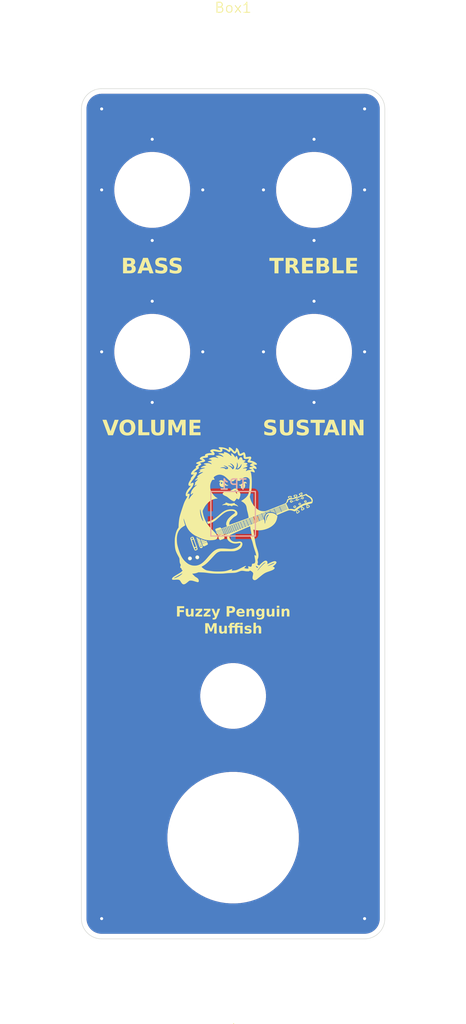
<source format=kicad_pcb>
(kicad_pcb (version 20240108) (generator "pcbnew") (generator_version "8.0")
  (layers (0 "F.Cu" signal) (31 "B.Cu" signal) (34 "B.Paste" user) (35 "F.Paste" user) (36 "B.SilkS" user "B.Silkscreen") (37 "F.SilkS" user "F.Silkscreen") (38 "B.Mask" user) (39 "F.Mask" user) (44 "Edge.Cuts" user))
  (net 0 "")
  (net 1 "GND")
  (footprint "Mylib:Hole_7mm" (layer "F.Cu") (at 92 68)
    (property "Reference" "H1" (hide yes))
    (property "Value" "Bass")
    (pad "" np_thru_hole circle (at 0 0) (size 7 7) (drill 7) (layers "*.Cu" "*.Mask" "In1.Cu" "In2.Cu" "In3.Cu" "In4.Cu" "In5.Cu" "In6.Cu" "In7.Cu" "In8.Cu" "In9.Cu" "In10.Cu" "In11.Cu" "In12.Cu" "In13.Cu" "In14.Cu" "In15.Cu" "In16.Cu" "In17.Cu" "In18.Cu" "In19.Cu" "In20.Cu" "In21.Cu" "In22.Cu" "In23.Cu" "In24.Cu" "In25.Cu" "In26.Cu" "In27.Cu" "In28.Cu" "In29.Cu" "In30.Cu"))
  )
  (footprint "Mylib:FuzzPenguin" (layer "F.Cu") (at 100 100)
    (property "Reference" "LOGO1" (hide yes))
    (property "Value" "FuzzPenguin" (hide yes))
  )
  (footprint "Mylib:Hole_7mm" (layer "F.Cu") (at 92 84)
    (property "Reference" "H3" (hide yes))
    (property "Value" "Volume")
    (pad "" np_thru_hole circle (at 0 0) (size 7 7) (drill 7) (layers "*.Cu" "*.Mask" "In1.Cu" "In2.Cu" "In3.Cu" "In4.Cu" "In5.Cu" "In6.Cu" "In7.Cu" "In8.Cu" "In9.Cu" "In10.Cu" "In11.Cu" "In12.Cu" "In13.Cu" "In14.Cu" "In15.Cu" "In16.Cu" "In17.Cu" "In18.Cu" "In19.Cu" "In20.Cu" "In21.Cu" "In22.Cu" "In23.Cu" "In24.Cu" "In25.Cu" "In26.Cu" "In27.Cu" "In28.Cu" "In29.Cu" "In30.Cu"))
  )
  (footprint "Mylib:Hole_7mm" (layer "F.Cu") (at 108 84)
    (property "Reference" "H4" (hide yes))
    (property "Value" "Sustain")
    (pad "" np_thru_hole circle (at 0 0) (size 7 7) (drill 7) (layers "*.Cu" "*.Mask" "In1.Cu" "In2.Cu" "In3.Cu" "In4.Cu" "In5.Cu" "In6.Cu" "In7.Cu" "In8.Cu" "In9.Cu" "In10.Cu" "In11.Cu" "In12.Cu" "In13.Cu" "In14.Cu" "In15.Cu" "In16.Cu" "In17.Cu" "In18.Cu" "In19.Cu" "In20.Cu" "In21.Cu" "In22.Cu" "In23.Cu" "In24.Cu" "In25.Cu" "In26.Cu" "In27.Cu" "In28.Cu" "In29.Cu" "In30.Cu"))
  )
  (footprint "Mylib:Hole_7mm" (layer "F.Cu") (at 108 68)
    (property "Reference" "H2" (hide yes))
    (property "Value" "Treble")
    (pad "" np_thru_hole circle (at 0 0) (size 7 7) (drill 7) (layers "*.Cu" "*.Mask" "In1.Cu" "In2.Cu" "In3.Cu" "In4.Cu" "In5.Cu" "In6.Cu" "In7.Cu" "In8.Cu" "In9.Cu" "In10.Cu" "In11.Cu" "In12.Cu" "In13.Cu" "In14.Cu" "In15.Cu" "In16.Cu" "In17.Cu" "In18.Cu" "In19.Cu" "In20.Cu" "In21.Cu" "In22.Cu" "In23.Cu" "In24.Cu" "In25.Cu" "In26.Cu" "In27.Cu" "In28.Cu" "In29.Cu" "In30.Cu"))
  )
  (footprint "Mylib:Hole_12.5mm" (layer "F.Cu") (at 100 132)
    (property "Reference" "H6" (hide yes))
    (property "Value" "Stomp")
    (pad "" np_thru_hole circle (at 0 0) (size 12.5 12.5) (drill 12.5) (layers "*.Cu" "*.Mask" "In1.Cu" "In2.Cu" "In3.Cu" "In4.Cu" "In5.Cu" "In6.Cu" "In7.Cu" "In8.Cu" "In9.Cu" "In10.Cu" "In11.Cu" "In12.Cu" "In13.Cu" "In14.Cu" "In15.Cu" "In16.Cu" "In17.Cu" "In18.Cu" "In19.Cu" "In20.Cu" "In21.Cu" "In22.Cu" "In23.Cu" "In24.Cu" "In25.Cu" "In26.Cu" "In27.Cu" "In28.Cu" "In29.Cu" "In30.Cu"))
  )
  (footprint "Mylib:1590A" (layer "F.Cu") (at 100 100)
    (property "Reference" "Box1" (at 0 -50 0) (layer "F.SilkS") (effects (font (thickness 0.1))))
    (property "Value" "~")
  )
  (footprint "Mylib:Hole_6mm" (layer "F.Cu") (at 100 118)
    (property "Reference" "H5" (hide yes))
    (property "Value" "LED")
    (pad "" np_thru_hole circle (at 0 0) (size 6 6) (drill 6) (layers "*.Cu" "*.Mask" "In1.Cu" "In2.Cu" "In3.Cu" "In4.Cu" "In5.Cu" "In6.Cu" "In7.Cu" "In8.Cu" "In9.Cu" "In10.Cu" "In11.Cu" "In12.Cu" "In13.Cu" "In14.Cu" "In15.Cu" "In16.Cu" "In17.Cu" "In18.Cu" "In19.Cu" "In20.Cu" "In21.Cu" "In22.Cu" "In23.Cu" "In24.Cu" "In25.Cu" "In26.Cu" "In27.Cu" "In28.Cu" "In29.Cu" "In30.Cu"))
  )
  (footprint "TestPoint:TestPoint_Pad_4.0x4.0mm" (layer "B.Cu") (at 100 100 180)
    (property "Reference" "TP1" (at 0 2.898 0) (layer "B.SilkS") (effects (justify mirror)))
    (property "Value" "TestPoint_Small")
    (pad "1" smd rect (at 0 0 180) (size 4 4) (layers "B.Cu" "B.Mask") (net 1 "GND"))
  )
  (gr_line (start 85 60) (end 85 140) (stroke (width 0.05)) (layer "Edge.Cuts"))
  (gr_arc (start 113 58) (mid 114.414214 58.585786) (end 115 60) (stroke (width 0.05)) (layer "Edge.Cuts"))
  (gr_line (start 87 142) (end 113 142) (stroke (width 0.05)) (layer "Edge.Cuts"))
  (gr_arc (start 115 140) (mid 114.414214 141.414214) (end 113 142) (stroke (width 0.05)) (layer "Edge.Cuts"))
  (gr_line (start 87 58) (end 113 58) (stroke (width 0.05)) (layer "Edge.Cuts"))
  (gr_arc (start 87 142) (mid 85.585786 141.414214) (end 85 140) (stroke (width 0.05)) (layer "Edge.Cuts"))
  (gr_arc (start 85 60) (mid 85.585786 58.585786) (end 87 58) (stroke (width 0.05)) (layer "Edge.Cuts"))
  (gr_line (start 115 60) (end 115 140) (stroke (width 0.05)) (layer "Edge.Cuts"))
  (gr_text "TREBLE" (at 108 76.5 0) (layer "F.SilkS") (effects (font (size 1.5 1.5) (thickness 0.3) (bold yes)) (justify bottom)))
  (gr_text "VOLUME" (at 92 92.5 0) (layer "F.SilkS") (effects (font (size 1.5 1.5) (thickness 0.3) (bold yes)) (justify bottom)))
  (gr_text "BASS" (at 92 76.5 0) (layer "F.SilkS") (effects (font (size 1.5 1.5) (thickness 0.3) (bold yes)) (justify bottom)))
  (gr_text "SUSTAIN" (at 108 92.5 0) (layer "F.SilkS") (effects (font (size 1.5 1.5) (thickness 0.3) (bold yes)) (justify bottom)))
  (gr_text "Fuzzy Penguin\nMuffish" (at 100 112 0) (layer "F.SilkS") (effects (font (size 1 1) (thickness 0.1)) (justify bottom)))
  (via (at 87 60) (size 0.6) (drill 0.3) (layers "F.Cu" "B.Cu") (net 1))
  (via (at 92 89) (size 0.6) (drill 0.3) (layers "F.Cu" "B.Cu") (net 1))
  (via (at 95.74 104.41) (size 0.6) (drill 0.3) (layers "F.Cu" "B.Cu") (net 1))
  (via (at 113 84) (size 0.6) (drill 0.3) (layers "F.Cu" "B.Cu") (net 1))
  (via (at 108 63) (size 0.6) (drill 0.3) (layers "F.Cu" "B.Cu") (net 1))
  (via (at 103 68) (size 0.6) (drill 0.3) (layers "F.Cu" "B.Cu") (net 1))
  (via (at 113 140) (size 0.6) (drill 0.3) (layers "F.Cu" "B.Cu") (net 1))
  (via (at 108 89) (size 0.6) (drill 0.3) (layers "F.Cu" "B.Cu") (net 1))
  (via (at 92 63) (size 0.6) (drill 0.3) (layers "F.Cu" "B.Cu") (net 1))
  (via (at 87 68) (size 0.6) (drill 0.3) (layers "F.Cu" "B.Cu") (net 1))
  (via (at 87 84) (size 0.6) (drill 0.3) (layers "F.Cu" "B.Cu") (net 1))
  (via (at 97 84) (size 0.6) (drill 0.3) (layers "F.Cu" "B.Cu") (net 1))
  (via (at 92 79) (size 0.6) (drill 0.3) (layers "F.Cu" "B.Cu") (net 1))
  (via (at 103 84) (size 0.6) (drill 0.3) (layers "F.Cu" "B.Cu") (net 1))
  (via (at 113 68) (size 0.6) (drill 0.3) (layers "F.Cu" "B.Cu") (net 1))
  (via (at 113 60) (size 0.6) (drill 0.3) (layers "F.Cu" "B.Cu") (net 1))
  (via (at 87 140) (size 0.6) (drill 0.3) (layers "F.Cu" "B.Cu") (net 1))
  (via (at 108 73) (size 0.6) (drill 0.3) (layers "F.Cu" "B.Cu") (net 1))
  (via (at 108 79) (size 0.6) (drill 0.3) (layers "F.Cu" "B.Cu") (net 1))
  (via (at 97 68) (size 0.6) (drill 0.3) (layers "F.Cu" "B.Cu") (net 1))
  (via (at 92 73) (size 0.6) (drill 0.3) (layers "F.Cu" "B.Cu") (net 1))
  (via (at 96.46 104.3) (size 0.6) (drill 0.3) (layers "F.Cu" "B.Cu") (net 1))
  (zone (net 1) (net_name "GND") (layers "F.Cu" "B.Cu") (connect_pads (clearance 0.5)) (min_thickness 0.25) (fill yes (thermal_gap 0.5) (thermal_bridge_width 0.5) (smoothing chamfer) (radius 0.5) (island_removal_mode 1) (island_area_min 10))
    (polygon (pts (xy 85 58) (xy 115 58) (xy 115 142) (xy 85 142)))
  )
)
</source>
